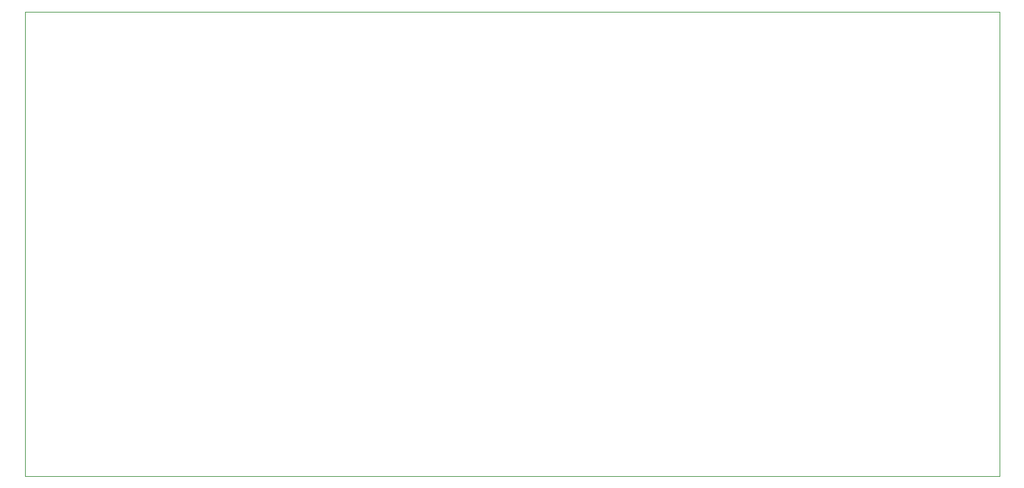
<source format=gm1>
G04 #@! TF.FileFunction,Profile,NP*
%FSLAX46Y46*%
G04 Gerber Fmt 4.6, Leading zero omitted, Abs format (unit mm)*
G04 Created by KiCad (PCBNEW 4.0.2+e4-6225~38~ubuntu14.04.1-stable) date Sat Jun  4 16:02:06 2016*
%MOMM*%
G01*
G04 APERTURE LIST*
%ADD10C,0.150000*%
%ADD11C,0.100000*%
G04 APERTURE END LIST*
D10*
D11*
X61595000Y-88900000D02*
X59055000Y-88900000D01*
X61595000Y-29210000D02*
X59055000Y-29210000D01*
X184150000Y-29210000D02*
X182880000Y-29210000D01*
X184150000Y-88900000D02*
X184150000Y-29210000D01*
X61595000Y-88900000D02*
X184150000Y-88900000D01*
X59055000Y-29210000D02*
X59055000Y-88900000D01*
X61595000Y-29210000D02*
X182880000Y-29210000D01*
M02*

</source>
